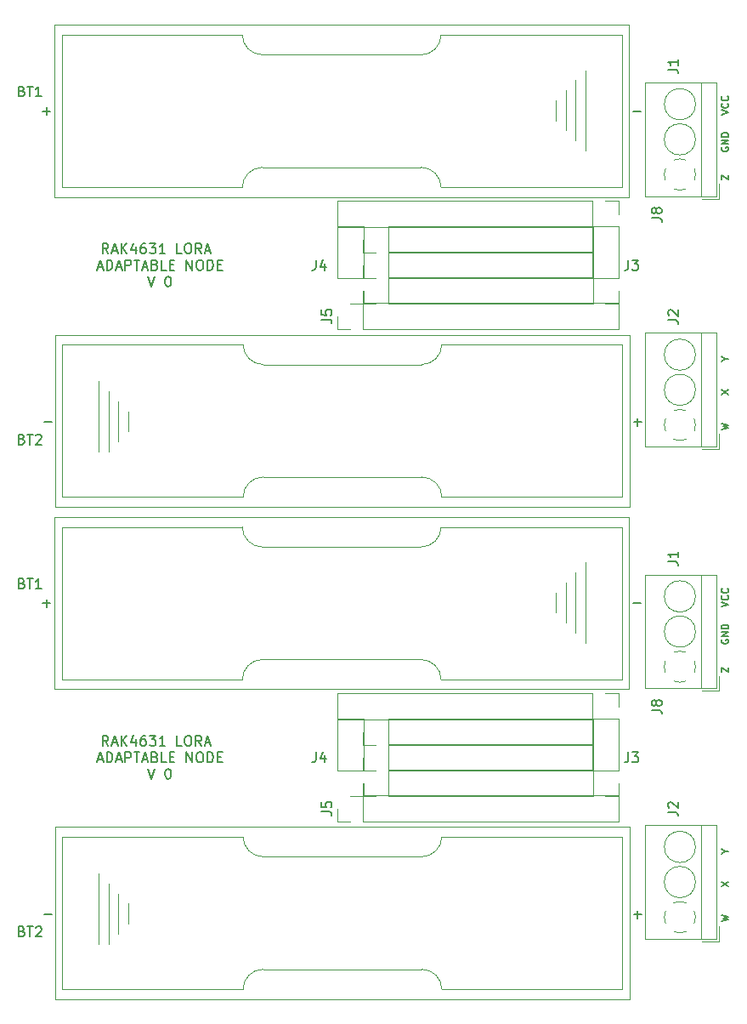
<source format=gbr>
G04 #@! TF.GenerationSoftware,KiCad,Pcbnew,5.1.5-52549c5~86~ubuntu18.04.1*
G04 #@! TF.CreationDate,2020-11-21T17:49:09-05:00*
G04 #@! TF.ProjectId,,58585858-5858-4585-9858-585858585858,rev?*
G04 #@! TF.SameCoordinates,Original*
G04 #@! TF.FileFunction,Legend,Top*
G04 #@! TF.FilePolarity,Positive*
%FSLAX46Y46*%
G04 Gerber Fmt 4.6, Leading zero omitted, Abs format (unit mm)*
G04 Created by KiCad (PCBNEW 5.1.5-52549c5~86~ubuntu18.04.1) date 2020-11-21 17:49:09*
%MOMM*%
%LPD*%
G04 APERTURE LIST*
%ADD10C,0.150000*%
%ADD11C,0.120000*%
%ADD12C,1.802000*%
%ADD13O,1.802000X1.802000*%
%ADD14C,2.742000*%
%ADD15C,2.102000*%
%ADD16C,3.102000*%
%ADD17R,2.502000X2.502000*%
%ADD18C,2.502000*%
G04 APERTURE END LIST*
D10*
X115811942Y-105968380D02*
X115478609Y-105492190D01*
X115240514Y-105968380D02*
X115240514Y-104968380D01*
X115621466Y-104968380D01*
X115716704Y-105016000D01*
X115764323Y-105063619D01*
X115811942Y-105158857D01*
X115811942Y-105301714D01*
X115764323Y-105396952D01*
X115716704Y-105444571D01*
X115621466Y-105492190D01*
X115240514Y-105492190D01*
X116192895Y-105682666D02*
X116669085Y-105682666D01*
X116097657Y-105968380D02*
X116430990Y-104968380D01*
X116764323Y-105968380D01*
X117097657Y-105968380D02*
X117097657Y-104968380D01*
X117669085Y-105968380D02*
X117240514Y-105396952D01*
X117669085Y-104968380D02*
X117097657Y-105539809D01*
X118526228Y-105301714D02*
X118526228Y-105968380D01*
X118288133Y-104920761D02*
X118050038Y-105635047D01*
X118669085Y-105635047D01*
X119478609Y-104968380D02*
X119288133Y-104968380D01*
X119192895Y-105016000D01*
X119145276Y-105063619D01*
X119050038Y-105206476D01*
X119002419Y-105396952D01*
X119002419Y-105777904D01*
X119050038Y-105873142D01*
X119097657Y-105920761D01*
X119192895Y-105968380D01*
X119383371Y-105968380D01*
X119478609Y-105920761D01*
X119526228Y-105873142D01*
X119573847Y-105777904D01*
X119573847Y-105539809D01*
X119526228Y-105444571D01*
X119478609Y-105396952D01*
X119383371Y-105349333D01*
X119192895Y-105349333D01*
X119097657Y-105396952D01*
X119050038Y-105444571D01*
X119002419Y-105539809D01*
X119907180Y-104968380D02*
X120526228Y-104968380D01*
X120192895Y-105349333D01*
X120335752Y-105349333D01*
X120430990Y-105396952D01*
X120478609Y-105444571D01*
X120526228Y-105539809D01*
X120526228Y-105777904D01*
X120478609Y-105873142D01*
X120430990Y-105920761D01*
X120335752Y-105968380D01*
X120050038Y-105968380D01*
X119954800Y-105920761D01*
X119907180Y-105873142D01*
X121478609Y-105968380D02*
X120907180Y-105968380D01*
X121192895Y-105968380D02*
X121192895Y-104968380D01*
X121097657Y-105111238D01*
X121002419Y-105206476D01*
X120907180Y-105254095D01*
X123145276Y-105968380D02*
X122669085Y-105968380D01*
X122669085Y-104968380D01*
X123669085Y-104968380D02*
X123859561Y-104968380D01*
X123954800Y-105016000D01*
X124050038Y-105111238D01*
X124097657Y-105301714D01*
X124097657Y-105635047D01*
X124050038Y-105825523D01*
X123954800Y-105920761D01*
X123859561Y-105968380D01*
X123669085Y-105968380D01*
X123573847Y-105920761D01*
X123478609Y-105825523D01*
X123430990Y-105635047D01*
X123430990Y-105301714D01*
X123478609Y-105111238D01*
X123573847Y-105016000D01*
X123669085Y-104968380D01*
X125097657Y-105968380D02*
X124764323Y-105492190D01*
X124526228Y-105968380D02*
X124526228Y-104968380D01*
X124907180Y-104968380D01*
X125002419Y-105016000D01*
X125050038Y-105063619D01*
X125097657Y-105158857D01*
X125097657Y-105301714D01*
X125050038Y-105396952D01*
X125002419Y-105444571D01*
X124907180Y-105492190D01*
X124526228Y-105492190D01*
X125478609Y-105682666D02*
X125954800Y-105682666D01*
X125383371Y-105968380D02*
X125716704Y-104968380D01*
X126050038Y-105968380D01*
X114740514Y-107332666D02*
X115216704Y-107332666D01*
X114645276Y-107618380D02*
X114978609Y-106618380D01*
X115311942Y-107618380D01*
X115645276Y-107618380D02*
X115645276Y-106618380D01*
X115883371Y-106618380D01*
X116026228Y-106666000D01*
X116121466Y-106761238D01*
X116169085Y-106856476D01*
X116216704Y-107046952D01*
X116216704Y-107189809D01*
X116169085Y-107380285D01*
X116121466Y-107475523D01*
X116026228Y-107570761D01*
X115883371Y-107618380D01*
X115645276Y-107618380D01*
X116597657Y-107332666D02*
X117073847Y-107332666D01*
X116502419Y-107618380D02*
X116835752Y-106618380D01*
X117169085Y-107618380D01*
X117502419Y-107618380D02*
X117502419Y-106618380D01*
X117883371Y-106618380D01*
X117978609Y-106666000D01*
X118026228Y-106713619D01*
X118073847Y-106808857D01*
X118073847Y-106951714D01*
X118026228Y-107046952D01*
X117978609Y-107094571D01*
X117883371Y-107142190D01*
X117502419Y-107142190D01*
X118359561Y-106618380D02*
X118930990Y-106618380D01*
X118645276Y-107618380D02*
X118645276Y-106618380D01*
X119216704Y-107332666D02*
X119692895Y-107332666D01*
X119121466Y-107618380D02*
X119454800Y-106618380D01*
X119788133Y-107618380D01*
X120454800Y-107094571D02*
X120597657Y-107142190D01*
X120645276Y-107189809D01*
X120692895Y-107285047D01*
X120692895Y-107427904D01*
X120645276Y-107523142D01*
X120597657Y-107570761D01*
X120502419Y-107618380D01*
X120121466Y-107618380D01*
X120121466Y-106618380D01*
X120454800Y-106618380D01*
X120550038Y-106666000D01*
X120597657Y-106713619D01*
X120645276Y-106808857D01*
X120645276Y-106904095D01*
X120597657Y-106999333D01*
X120550038Y-107046952D01*
X120454800Y-107094571D01*
X120121466Y-107094571D01*
X121597657Y-107618380D02*
X121121466Y-107618380D01*
X121121466Y-106618380D01*
X121930990Y-107094571D02*
X122264323Y-107094571D01*
X122407180Y-107618380D02*
X121930990Y-107618380D01*
X121930990Y-106618380D01*
X122407180Y-106618380D01*
X123597657Y-107618380D02*
X123597657Y-106618380D01*
X124169085Y-107618380D01*
X124169085Y-106618380D01*
X124835752Y-106618380D02*
X125026228Y-106618380D01*
X125121466Y-106666000D01*
X125216704Y-106761238D01*
X125264323Y-106951714D01*
X125264323Y-107285047D01*
X125216704Y-107475523D01*
X125121466Y-107570761D01*
X125026228Y-107618380D01*
X124835752Y-107618380D01*
X124740514Y-107570761D01*
X124645276Y-107475523D01*
X124597657Y-107285047D01*
X124597657Y-106951714D01*
X124645276Y-106761238D01*
X124740514Y-106666000D01*
X124835752Y-106618380D01*
X125692895Y-107618380D02*
X125692895Y-106618380D01*
X125930990Y-106618380D01*
X126073847Y-106666000D01*
X126169085Y-106761238D01*
X126216704Y-106856476D01*
X126264323Y-107046952D01*
X126264323Y-107189809D01*
X126216704Y-107380285D01*
X126169085Y-107475523D01*
X126073847Y-107570761D01*
X125930990Y-107618380D01*
X125692895Y-107618380D01*
X126692895Y-107094571D02*
X127026228Y-107094571D01*
X127169085Y-107618380D02*
X126692895Y-107618380D01*
X126692895Y-106618380D01*
X127169085Y-106618380D01*
X119764323Y-108268380D02*
X120097657Y-109268380D01*
X120430990Y-108268380D01*
X121716704Y-108268380D02*
X121811942Y-108268380D01*
X121907180Y-108316000D01*
X121954800Y-108363619D01*
X122002419Y-108458857D01*
X122050038Y-108649333D01*
X122050038Y-108887428D01*
X122002419Y-109077904D01*
X121954800Y-109173142D01*
X121907180Y-109220761D01*
X121811942Y-109268380D01*
X121716704Y-109268380D01*
X121621466Y-109220761D01*
X121573847Y-109173142D01*
X121526228Y-109077904D01*
X121478609Y-108887428D01*
X121478609Y-108649333D01*
X121526228Y-108458857D01*
X121573847Y-108363619D01*
X121621466Y-108316000D01*
X121716704Y-108268380D01*
X176886466Y-123466000D02*
X177586466Y-123299333D01*
X177086466Y-123166000D01*
X177586466Y-123032666D01*
X176886466Y-122866000D01*
X176886466Y-119999333D02*
X177586466Y-119532666D01*
X176886466Y-119532666D02*
X177586466Y-119999333D01*
X177253133Y-116466000D02*
X177586466Y-116466000D01*
X176886466Y-116699333D02*
X177253133Y-116466000D01*
X176886466Y-116232666D01*
X176886466Y-98632666D02*
X176886466Y-98166000D01*
X177586466Y-98632666D01*
X177586466Y-98166000D01*
X176919800Y-95399333D02*
X176886466Y-95466000D01*
X176886466Y-95566000D01*
X176919800Y-95666000D01*
X176986466Y-95732666D01*
X177053133Y-95766000D01*
X177186466Y-95799333D01*
X177286466Y-95799333D01*
X177419800Y-95766000D01*
X177486466Y-95732666D01*
X177553133Y-95666000D01*
X177586466Y-95566000D01*
X177586466Y-95499333D01*
X177553133Y-95399333D01*
X177519800Y-95366000D01*
X177286466Y-95366000D01*
X177286466Y-95499333D01*
X177586466Y-95066000D02*
X176886466Y-95066000D01*
X177586466Y-94666000D01*
X176886466Y-94666000D01*
X177586466Y-94332666D02*
X176886466Y-94332666D01*
X176886466Y-94166000D01*
X176919800Y-94066000D01*
X176986466Y-93999333D01*
X177053133Y-93966000D01*
X177186466Y-93932666D01*
X177286466Y-93932666D01*
X177419800Y-93966000D01*
X177486466Y-93999333D01*
X177553133Y-94066000D01*
X177586466Y-94166000D01*
X177586466Y-94332666D01*
X176886466Y-92132666D02*
X177586466Y-91899333D01*
X176886466Y-91666000D01*
X177519800Y-91032666D02*
X177553133Y-91066000D01*
X177586466Y-91166000D01*
X177586466Y-91232666D01*
X177553133Y-91332666D01*
X177486466Y-91399333D01*
X177419800Y-91432666D01*
X177286466Y-91466000D01*
X177186466Y-91466000D01*
X177053133Y-91432666D01*
X176986466Y-91399333D01*
X176919800Y-91332666D01*
X176886466Y-91232666D01*
X176886466Y-91166000D01*
X176919800Y-91066000D01*
X176953133Y-91032666D01*
X177519800Y-90332666D02*
X177553133Y-90366000D01*
X177586466Y-90466000D01*
X177586466Y-90532666D01*
X177553133Y-90632666D01*
X177486466Y-90699333D01*
X177419800Y-90732666D01*
X177286466Y-90766000D01*
X177186466Y-90766000D01*
X177053133Y-90732666D01*
X176986466Y-90699333D01*
X176919800Y-90632666D01*
X176886466Y-90532666D01*
X176886466Y-90466000D01*
X176919800Y-90366000D01*
X176953133Y-90332666D01*
X176886466Y-74466000D02*
X177586466Y-74299333D01*
X177086466Y-74166000D01*
X177586466Y-74032666D01*
X176886466Y-73866000D01*
X176886466Y-70999333D02*
X177586466Y-70532666D01*
X176886466Y-70532666D02*
X177586466Y-70999333D01*
X177253133Y-67466000D02*
X177586466Y-67466000D01*
X176886466Y-67699333D02*
X177253133Y-67466000D01*
X176886466Y-67232666D01*
X176886466Y-49632666D02*
X176886466Y-49166000D01*
X177586466Y-49632666D01*
X177586466Y-49166000D01*
X176919800Y-46399333D02*
X176886466Y-46466000D01*
X176886466Y-46566000D01*
X176919800Y-46666000D01*
X176986466Y-46732666D01*
X177053133Y-46766000D01*
X177186466Y-46799333D01*
X177286466Y-46799333D01*
X177419800Y-46766000D01*
X177486466Y-46732666D01*
X177553133Y-46666000D01*
X177586466Y-46566000D01*
X177586466Y-46499333D01*
X177553133Y-46399333D01*
X177519800Y-46366000D01*
X177286466Y-46366000D01*
X177286466Y-46499333D01*
X177586466Y-46066000D02*
X176886466Y-46066000D01*
X177586466Y-45666000D01*
X176886466Y-45666000D01*
X177586466Y-45332666D02*
X176886466Y-45332666D01*
X176886466Y-45166000D01*
X176919800Y-45066000D01*
X176986466Y-44999333D01*
X177053133Y-44966000D01*
X177186466Y-44932666D01*
X177286466Y-44932666D01*
X177419800Y-44966000D01*
X177486466Y-44999333D01*
X177553133Y-45066000D01*
X177586466Y-45166000D01*
X177586466Y-45332666D01*
X176886466Y-43132666D02*
X177586466Y-42899333D01*
X176886466Y-42666000D01*
X177519800Y-42032666D02*
X177553133Y-42066000D01*
X177586466Y-42166000D01*
X177586466Y-42232666D01*
X177553133Y-42332666D01*
X177486466Y-42399333D01*
X177419800Y-42432666D01*
X177286466Y-42466000D01*
X177186466Y-42466000D01*
X177053133Y-42432666D01*
X176986466Y-42399333D01*
X176919800Y-42332666D01*
X176886466Y-42232666D01*
X176886466Y-42166000D01*
X176919800Y-42066000D01*
X176953133Y-42032666D01*
X177519800Y-41332666D02*
X177553133Y-41366000D01*
X177586466Y-41466000D01*
X177586466Y-41532666D01*
X177553133Y-41632666D01*
X177486466Y-41699333D01*
X177419800Y-41732666D01*
X177286466Y-41766000D01*
X177186466Y-41766000D01*
X177053133Y-41732666D01*
X176986466Y-41699333D01*
X176919800Y-41632666D01*
X176886466Y-41532666D01*
X176886466Y-41466000D01*
X176919800Y-41366000D01*
X176953133Y-41332666D01*
X115811942Y-56968380D02*
X115478609Y-56492190D01*
X115240514Y-56968380D02*
X115240514Y-55968380D01*
X115621466Y-55968380D01*
X115716704Y-56016000D01*
X115764323Y-56063619D01*
X115811942Y-56158857D01*
X115811942Y-56301714D01*
X115764323Y-56396952D01*
X115716704Y-56444571D01*
X115621466Y-56492190D01*
X115240514Y-56492190D01*
X116192895Y-56682666D02*
X116669085Y-56682666D01*
X116097657Y-56968380D02*
X116430990Y-55968380D01*
X116764323Y-56968380D01*
X117097657Y-56968380D02*
X117097657Y-55968380D01*
X117669085Y-56968380D02*
X117240514Y-56396952D01*
X117669085Y-55968380D02*
X117097657Y-56539809D01*
X118526228Y-56301714D02*
X118526228Y-56968380D01*
X118288133Y-55920761D02*
X118050038Y-56635047D01*
X118669085Y-56635047D01*
X119478609Y-55968380D02*
X119288133Y-55968380D01*
X119192895Y-56016000D01*
X119145276Y-56063619D01*
X119050038Y-56206476D01*
X119002419Y-56396952D01*
X119002419Y-56777904D01*
X119050038Y-56873142D01*
X119097657Y-56920761D01*
X119192895Y-56968380D01*
X119383371Y-56968380D01*
X119478609Y-56920761D01*
X119526228Y-56873142D01*
X119573847Y-56777904D01*
X119573847Y-56539809D01*
X119526228Y-56444571D01*
X119478609Y-56396952D01*
X119383371Y-56349333D01*
X119192895Y-56349333D01*
X119097657Y-56396952D01*
X119050038Y-56444571D01*
X119002419Y-56539809D01*
X119907180Y-55968380D02*
X120526228Y-55968380D01*
X120192895Y-56349333D01*
X120335752Y-56349333D01*
X120430990Y-56396952D01*
X120478609Y-56444571D01*
X120526228Y-56539809D01*
X120526228Y-56777904D01*
X120478609Y-56873142D01*
X120430990Y-56920761D01*
X120335752Y-56968380D01*
X120050038Y-56968380D01*
X119954800Y-56920761D01*
X119907180Y-56873142D01*
X121478609Y-56968380D02*
X120907180Y-56968380D01*
X121192895Y-56968380D02*
X121192895Y-55968380D01*
X121097657Y-56111238D01*
X121002419Y-56206476D01*
X120907180Y-56254095D01*
X123145276Y-56968380D02*
X122669085Y-56968380D01*
X122669085Y-55968380D01*
X123669085Y-55968380D02*
X123859561Y-55968380D01*
X123954800Y-56016000D01*
X124050038Y-56111238D01*
X124097657Y-56301714D01*
X124097657Y-56635047D01*
X124050038Y-56825523D01*
X123954800Y-56920761D01*
X123859561Y-56968380D01*
X123669085Y-56968380D01*
X123573847Y-56920761D01*
X123478609Y-56825523D01*
X123430990Y-56635047D01*
X123430990Y-56301714D01*
X123478609Y-56111238D01*
X123573847Y-56016000D01*
X123669085Y-55968380D01*
X125097657Y-56968380D02*
X124764323Y-56492190D01*
X124526228Y-56968380D02*
X124526228Y-55968380D01*
X124907180Y-55968380D01*
X125002419Y-56016000D01*
X125050038Y-56063619D01*
X125097657Y-56158857D01*
X125097657Y-56301714D01*
X125050038Y-56396952D01*
X125002419Y-56444571D01*
X124907180Y-56492190D01*
X124526228Y-56492190D01*
X125478609Y-56682666D02*
X125954800Y-56682666D01*
X125383371Y-56968380D02*
X125716704Y-55968380D01*
X126050038Y-56968380D01*
X114740514Y-58332666D02*
X115216704Y-58332666D01*
X114645276Y-58618380D02*
X114978609Y-57618380D01*
X115311942Y-58618380D01*
X115645276Y-58618380D02*
X115645276Y-57618380D01*
X115883371Y-57618380D01*
X116026228Y-57666000D01*
X116121466Y-57761238D01*
X116169085Y-57856476D01*
X116216704Y-58046952D01*
X116216704Y-58189809D01*
X116169085Y-58380285D01*
X116121466Y-58475523D01*
X116026228Y-58570761D01*
X115883371Y-58618380D01*
X115645276Y-58618380D01*
X116597657Y-58332666D02*
X117073847Y-58332666D01*
X116502419Y-58618380D02*
X116835752Y-57618380D01*
X117169085Y-58618380D01*
X117502419Y-58618380D02*
X117502419Y-57618380D01*
X117883371Y-57618380D01*
X117978609Y-57666000D01*
X118026228Y-57713619D01*
X118073847Y-57808857D01*
X118073847Y-57951714D01*
X118026228Y-58046952D01*
X117978609Y-58094571D01*
X117883371Y-58142190D01*
X117502419Y-58142190D01*
X118359561Y-57618380D02*
X118930990Y-57618380D01*
X118645276Y-58618380D02*
X118645276Y-57618380D01*
X119216704Y-58332666D02*
X119692895Y-58332666D01*
X119121466Y-58618380D02*
X119454800Y-57618380D01*
X119788133Y-58618380D01*
X120454800Y-58094571D02*
X120597657Y-58142190D01*
X120645276Y-58189809D01*
X120692895Y-58285047D01*
X120692895Y-58427904D01*
X120645276Y-58523142D01*
X120597657Y-58570761D01*
X120502419Y-58618380D01*
X120121466Y-58618380D01*
X120121466Y-57618380D01*
X120454800Y-57618380D01*
X120550038Y-57666000D01*
X120597657Y-57713619D01*
X120645276Y-57808857D01*
X120645276Y-57904095D01*
X120597657Y-57999333D01*
X120550038Y-58046952D01*
X120454800Y-58094571D01*
X120121466Y-58094571D01*
X121597657Y-58618380D02*
X121121466Y-58618380D01*
X121121466Y-57618380D01*
X121930990Y-58094571D02*
X122264323Y-58094571D01*
X122407180Y-58618380D02*
X121930990Y-58618380D01*
X121930990Y-57618380D01*
X122407180Y-57618380D01*
X123597657Y-58618380D02*
X123597657Y-57618380D01*
X124169085Y-58618380D01*
X124169085Y-57618380D01*
X124835752Y-57618380D02*
X125026228Y-57618380D01*
X125121466Y-57666000D01*
X125216704Y-57761238D01*
X125264323Y-57951714D01*
X125264323Y-58285047D01*
X125216704Y-58475523D01*
X125121466Y-58570761D01*
X125026228Y-58618380D01*
X124835752Y-58618380D01*
X124740514Y-58570761D01*
X124645276Y-58475523D01*
X124597657Y-58285047D01*
X124597657Y-57951714D01*
X124645276Y-57761238D01*
X124740514Y-57666000D01*
X124835752Y-57618380D01*
X125692895Y-58618380D02*
X125692895Y-57618380D01*
X125930990Y-57618380D01*
X126073847Y-57666000D01*
X126169085Y-57761238D01*
X126216704Y-57856476D01*
X126264323Y-58046952D01*
X126264323Y-58189809D01*
X126216704Y-58380285D01*
X126169085Y-58475523D01*
X126073847Y-58570761D01*
X125930990Y-58618380D01*
X125692895Y-58618380D01*
X126692895Y-58094571D02*
X127026228Y-58094571D01*
X127169085Y-58618380D02*
X126692895Y-58618380D01*
X126692895Y-57618380D01*
X127169085Y-57618380D01*
X119764323Y-59268380D02*
X120097657Y-60268380D01*
X120430990Y-59268380D01*
X121716704Y-59268380D02*
X121811942Y-59268380D01*
X121907180Y-59316000D01*
X121954800Y-59363619D01*
X122002419Y-59458857D01*
X122050038Y-59649333D01*
X122050038Y-59887428D01*
X122002419Y-60077904D01*
X121954800Y-60173142D01*
X121907180Y-60220761D01*
X121811942Y-60268380D01*
X121716704Y-60268380D01*
X121621466Y-60220761D01*
X121573847Y-60173142D01*
X121526228Y-60077904D01*
X121478609Y-59887428D01*
X121478609Y-59649333D01*
X121526228Y-59458857D01*
X121573847Y-59363619D01*
X121621466Y-59316000D01*
X121716704Y-59268380D01*
D11*
X166669800Y-103261000D02*
X164009800Y-103261000D01*
X166669800Y-108401000D02*
X166669800Y-103261000D01*
X164009800Y-108401000D02*
X164009800Y-103261000D01*
X166669800Y-108401000D02*
X164009800Y-108401000D01*
X166669800Y-109671000D02*
X166669800Y-111001000D01*
X166669800Y-111001000D02*
X165339800Y-111001000D01*
X166669800Y-113541000D02*
X166669800Y-110881000D01*
X141209800Y-113541000D02*
X166669800Y-113541000D01*
X141209800Y-110881000D02*
X166669800Y-110881000D01*
X141209800Y-113541000D02*
X141209800Y-110881000D01*
X139939800Y-113541000D02*
X138609800Y-113541000D01*
X138609800Y-113541000D02*
X138609800Y-112211000D01*
X131234800Y-117021000D02*
X147034800Y-117021000D01*
X147034800Y-128221000D02*
X131234800Y-128221000D01*
X147034800Y-128221000D02*
G75*
G02X149034800Y-130221000I0J-2000000D01*
G01*
X129234800Y-130221000D02*
G75*
G02X131234800Y-128221000I2000000J0D01*
G01*
X131234800Y-117021000D02*
G75*
G02X129234800Y-115021000I0J2000000D01*
G01*
X149034800Y-115021000D02*
G75*
G02X147034800Y-117021000I-2000000J0D01*
G01*
X129234800Y-115021000D02*
X111234800Y-115021000D01*
X129234800Y-130221000D02*
X111234800Y-130221000D01*
X167034800Y-130221000D02*
X149034800Y-130221000D01*
X111234800Y-130221000D02*
X111234800Y-115021000D01*
X167034800Y-115021000D02*
X149034800Y-115021000D01*
X167034800Y-130221000D02*
X167034800Y-115021000D01*
X167754800Y-131186000D02*
X110514800Y-131186000D01*
X167754800Y-114056000D02*
X167754800Y-131186000D01*
X110514800Y-114056000D02*
X167754800Y-114056000D01*
X110514800Y-131186000D02*
X110514800Y-114056000D01*
X117824800Y-123681000D02*
X117824800Y-121681000D01*
X114824800Y-126681000D02*
X114824800Y-118681000D01*
X115824800Y-119681000D02*
X115824800Y-125681000D01*
X116824800Y-124681000D02*
X116824800Y-120681000D01*
X138609800Y-100721000D02*
X138609800Y-103381000D01*
X164069800Y-100721000D02*
X138609800Y-100721000D01*
X164069800Y-103381000D02*
X138609800Y-103381000D01*
X164069800Y-100721000D02*
X164069800Y-103381000D01*
X165339800Y-100721000D02*
X166669800Y-100721000D01*
X166669800Y-100721000D02*
X166669800Y-102051000D01*
X141269800Y-103261000D02*
X138609800Y-103261000D01*
X141269800Y-108401000D02*
X141269800Y-103261000D01*
X138609800Y-108401000D02*
X138609800Y-103261000D01*
X141269800Y-108401000D02*
X138609800Y-108401000D01*
X141269800Y-109671000D02*
X141269800Y-111001000D01*
X141269800Y-111001000D02*
X139939800Y-111001000D01*
X174186185Y-122433413D02*
G75*
G02X174309800Y-123041000I-1431385J-607587D01*
G01*
X172147058Y-121608891D02*
G75*
G02X173362800Y-121609000I607742J-1432109D01*
G01*
X171322691Y-123648742D02*
G75*
G02X171322800Y-122433000I1432109J607742D01*
G01*
X173362542Y-124473109D02*
G75*
G02X172146800Y-124473000I-607742J1432109D01*
G01*
X174310292Y-123013989D02*
G75*
G02X174186800Y-123649000I-1555492J-27011D01*
G01*
X174309800Y-119541000D02*
G75*
G03X174309800Y-119541000I-1555000J0D01*
G01*
X174309800Y-116041000D02*
G75*
G03X174309800Y-116041000I-1555000J0D01*
G01*
X174854800Y-125201000D02*
X174854800Y-113881000D01*
X169294800Y-125201000D02*
X169294800Y-113881000D01*
X176414800Y-125201000D02*
X176414800Y-113881000D01*
X169294800Y-125201000D02*
X176414800Y-125201000D01*
X169294800Y-113881000D02*
X176414800Y-113881000D01*
X174914800Y-125441000D02*
X176654800Y-125441000D01*
X176654800Y-125441000D02*
X176654800Y-123941000D01*
X146964800Y-97391000D02*
X131164800Y-97391000D01*
X131164800Y-86191000D02*
X146964800Y-86191000D01*
X131164800Y-86191000D02*
G75*
G02X129164800Y-84191000I0J2000000D01*
G01*
X148964800Y-84191000D02*
G75*
G02X146964800Y-86191000I-2000000J0D01*
G01*
X146964800Y-97391000D02*
G75*
G02X148964800Y-99391000I0J-2000000D01*
G01*
X129164800Y-99391000D02*
G75*
G02X131164800Y-97391000I2000000J0D01*
G01*
X148964800Y-99391000D02*
X166964800Y-99391000D01*
X148964800Y-84191000D02*
X166964800Y-84191000D01*
X111164800Y-84191000D02*
X129164800Y-84191000D01*
X166964800Y-84191000D02*
X166964800Y-99391000D01*
X111164800Y-99391000D02*
X129164800Y-99391000D01*
X111164800Y-84191000D02*
X111164800Y-99391000D01*
X110444800Y-83226000D02*
X167684800Y-83226000D01*
X110444800Y-100356000D02*
X110444800Y-83226000D01*
X167684800Y-100356000D02*
X110444800Y-100356000D01*
X167684800Y-83226000D02*
X167684800Y-100356000D01*
X160374800Y-90731000D02*
X160374800Y-92731000D01*
X163374800Y-87731000D02*
X163374800Y-95731000D01*
X162374800Y-94731000D02*
X162374800Y-88731000D01*
X161374800Y-89731000D02*
X161374800Y-93731000D01*
X164129800Y-111001000D02*
X164129800Y-108341000D01*
X143749800Y-111001000D02*
X164129800Y-111001000D01*
X143749800Y-108341000D02*
X164129800Y-108341000D01*
X143749800Y-111001000D02*
X143749800Y-108341000D01*
X142479800Y-111001000D02*
X141149800Y-111001000D01*
X141149800Y-111001000D02*
X141149800Y-109671000D01*
X174186185Y-97498413D02*
G75*
G02X174309800Y-98106000I-1431385J-607587D01*
G01*
X172147058Y-96673891D02*
G75*
G02X173362800Y-96674000I607742J-1432109D01*
G01*
X171322691Y-98713742D02*
G75*
G02X171322800Y-97498000I1432109J607742D01*
G01*
X173362542Y-99538109D02*
G75*
G02X172146800Y-99538000I-607742J1432109D01*
G01*
X174310292Y-98078989D02*
G75*
G02X174186800Y-98714000I-1555492J-27011D01*
G01*
X174309800Y-94606000D02*
G75*
G03X174309800Y-94606000I-1555000J0D01*
G01*
X174309800Y-91106000D02*
G75*
G03X174309800Y-91106000I-1555000J0D01*
G01*
X174854800Y-100266000D02*
X174854800Y-88946000D01*
X169294800Y-100266000D02*
X169294800Y-88946000D01*
X176414800Y-100266000D02*
X176414800Y-88946000D01*
X169294800Y-100266000D02*
X176414800Y-100266000D01*
X169294800Y-88946000D02*
X176414800Y-88946000D01*
X174914800Y-100506000D02*
X176654800Y-100506000D01*
X176654800Y-100506000D02*
X176654800Y-99006000D01*
X164129800Y-108461000D02*
X164129800Y-105801000D01*
X143749800Y-108461000D02*
X164129800Y-108461000D01*
X143749800Y-105801000D02*
X164129800Y-105801000D01*
X143749800Y-108461000D02*
X143749800Y-105801000D01*
X142479800Y-108461000D02*
X141149800Y-108461000D01*
X141149800Y-108461000D02*
X141149800Y-107131000D01*
X164129800Y-105921000D02*
X164129800Y-103261000D01*
X143749800Y-105921000D02*
X164129800Y-105921000D01*
X143749800Y-103261000D02*
X164129800Y-103261000D01*
X143749800Y-105921000D02*
X143749800Y-103261000D01*
X142479800Y-105921000D02*
X141149800Y-105921000D01*
X141149800Y-105921000D02*
X141149800Y-104591000D01*
X141149800Y-56921000D02*
X141149800Y-55591000D01*
X142479800Y-56921000D02*
X141149800Y-56921000D01*
X143749800Y-56921000D02*
X143749800Y-54261000D01*
X143749800Y-54261000D02*
X164129800Y-54261000D01*
X143749800Y-56921000D02*
X164129800Y-56921000D01*
X164129800Y-56921000D02*
X164129800Y-54261000D01*
X141149800Y-59461000D02*
X141149800Y-58131000D01*
X142479800Y-59461000D02*
X141149800Y-59461000D01*
X143749800Y-59461000D02*
X143749800Y-56801000D01*
X143749800Y-56801000D02*
X164129800Y-56801000D01*
X143749800Y-59461000D02*
X164129800Y-59461000D01*
X164129800Y-59461000D02*
X164129800Y-56801000D01*
X141149800Y-62001000D02*
X141149800Y-60671000D01*
X142479800Y-62001000D02*
X141149800Y-62001000D01*
X143749800Y-62001000D02*
X143749800Y-59341000D01*
X143749800Y-59341000D02*
X164129800Y-59341000D01*
X143749800Y-62001000D02*
X164129800Y-62001000D01*
X164129800Y-62001000D02*
X164129800Y-59341000D01*
X176654800Y-51506000D02*
X176654800Y-50006000D01*
X174914800Y-51506000D02*
X176654800Y-51506000D01*
X169294800Y-39946000D02*
X176414800Y-39946000D01*
X169294800Y-51266000D02*
X176414800Y-51266000D01*
X176414800Y-51266000D02*
X176414800Y-39946000D01*
X169294800Y-51266000D02*
X169294800Y-39946000D01*
X174854800Y-51266000D02*
X174854800Y-39946000D01*
X174309800Y-42106000D02*
G75*
G03X174309800Y-42106000I-1555000J0D01*
G01*
X174309800Y-45606000D02*
G75*
G03X174309800Y-45606000I-1555000J0D01*
G01*
X174310292Y-49078989D02*
G75*
G02X174186800Y-49714000I-1555492J-27011D01*
G01*
X173362542Y-50538109D02*
G75*
G02X172146800Y-50538000I-607742J1432109D01*
G01*
X171322691Y-49713742D02*
G75*
G02X171322800Y-48498000I1432109J607742D01*
G01*
X172147058Y-47673891D02*
G75*
G02X173362800Y-47674000I607742J-1432109D01*
G01*
X174186185Y-48498413D02*
G75*
G02X174309800Y-49106000I-1431385J-607587D01*
G01*
X166669800Y-51721000D02*
X166669800Y-53051000D01*
X165339800Y-51721000D02*
X166669800Y-51721000D01*
X164069800Y-51721000D02*
X164069800Y-54381000D01*
X164069800Y-54381000D02*
X138609800Y-54381000D01*
X164069800Y-51721000D02*
X138609800Y-51721000D01*
X138609800Y-51721000D02*
X138609800Y-54381000D01*
X138609800Y-64541000D02*
X138609800Y-63211000D01*
X139939800Y-64541000D02*
X138609800Y-64541000D01*
X141209800Y-64541000D02*
X141209800Y-61881000D01*
X141209800Y-61881000D02*
X166669800Y-61881000D01*
X141209800Y-64541000D02*
X166669800Y-64541000D01*
X166669800Y-64541000D02*
X166669800Y-61881000D01*
X141269800Y-62001000D02*
X139939800Y-62001000D01*
X141269800Y-60671000D02*
X141269800Y-62001000D01*
X141269800Y-59401000D02*
X138609800Y-59401000D01*
X138609800Y-59401000D02*
X138609800Y-54261000D01*
X141269800Y-59401000D02*
X141269800Y-54261000D01*
X141269800Y-54261000D02*
X138609800Y-54261000D01*
X166669800Y-62001000D02*
X165339800Y-62001000D01*
X166669800Y-60671000D02*
X166669800Y-62001000D01*
X166669800Y-59401000D02*
X164009800Y-59401000D01*
X164009800Y-59401000D02*
X164009800Y-54261000D01*
X166669800Y-59401000D02*
X166669800Y-54261000D01*
X166669800Y-54261000D02*
X164009800Y-54261000D01*
X161374800Y-40731000D02*
X161374800Y-44731000D01*
X162374800Y-45731000D02*
X162374800Y-39731000D01*
X163374800Y-38731000D02*
X163374800Y-46731000D01*
X160374800Y-41731000D02*
X160374800Y-43731000D01*
X167684800Y-34226000D02*
X167684800Y-51356000D01*
X167684800Y-51356000D02*
X110444800Y-51356000D01*
X110444800Y-51356000D02*
X110444800Y-34226000D01*
X110444800Y-34226000D02*
X167684800Y-34226000D01*
X111164800Y-35191000D02*
X111164800Y-50391000D01*
X111164800Y-50391000D02*
X129164800Y-50391000D01*
X166964800Y-35191000D02*
X166964800Y-50391000D01*
X111164800Y-35191000D02*
X129164800Y-35191000D01*
X148964800Y-35191000D02*
X166964800Y-35191000D01*
X148964800Y-50391000D02*
X166964800Y-50391000D01*
X129164800Y-50391000D02*
G75*
G02X131164800Y-48391000I2000000J0D01*
G01*
X146964800Y-48391000D02*
G75*
G02X148964800Y-50391000I0J-2000000D01*
G01*
X148964800Y-35191000D02*
G75*
G02X146964800Y-37191000I-2000000J0D01*
G01*
X131164800Y-37191000D02*
G75*
G02X129164800Y-35191000I0J2000000D01*
G01*
X131164800Y-37191000D02*
X146964800Y-37191000D01*
X146964800Y-48391000D02*
X131164800Y-48391000D01*
X176654800Y-76441000D02*
X176654800Y-74941000D01*
X174914800Y-76441000D02*
X176654800Y-76441000D01*
X169294800Y-64881000D02*
X176414800Y-64881000D01*
X169294800Y-76201000D02*
X176414800Y-76201000D01*
X176414800Y-76201000D02*
X176414800Y-64881000D01*
X169294800Y-76201000D02*
X169294800Y-64881000D01*
X174854800Y-76201000D02*
X174854800Y-64881000D01*
X174309800Y-67041000D02*
G75*
G03X174309800Y-67041000I-1555000J0D01*
G01*
X174309800Y-70541000D02*
G75*
G03X174309800Y-70541000I-1555000J0D01*
G01*
X174310292Y-74013989D02*
G75*
G02X174186800Y-74649000I-1555492J-27011D01*
G01*
X173362542Y-75473109D02*
G75*
G02X172146800Y-75473000I-607742J1432109D01*
G01*
X171322691Y-74648742D02*
G75*
G02X171322800Y-73433000I1432109J607742D01*
G01*
X172147058Y-72608891D02*
G75*
G02X173362800Y-72609000I607742J-1432109D01*
G01*
X174186185Y-73433413D02*
G75*
G02X174309800Y-74041000I-1431385J-607587D01*
G01*
X116824800Y-75681000D02*
X116824800Y-71681000D01*
X115824800Y-70681000D02*
X115824800Y-76681000D01*
X114824800Y-77681000D02*
X114824800Y-69681000D01*
X117824800Y-74681000D02*
X117824800Y-72681000D01*
X110514800Y-82186000D02*
X110514800Y-65056000D01*
X110514800Y-65056000D02*
X167754800Y-65056000D01*
X167754800Y-65056000D02*
X167754800Y-82186000D01*
X167754800Y-82186000D02*
X110514800Y-82186000D01*
X167034800Y-81221000D02*
X167034800Y-66021000D01*
X167034800Y-66021000D02*
X149034800Y-66021000D01*
X111234800Y-81221000D02*
X111234800Y-66021000D01*
X167034800Y-81221000D02*
X149034800Y-81221000D01*
X129234800Y-81221000D02*
X111234800Y-81221000D01*
X129234800Y-66021000D02*
X111234800Y-66021000D01*
X149034800Y-66021000D02*
G75*
G02X147034800Y-68021000I-2000000J0D01*
G01*
X131234800Y-68021000D02*
G75*
G02X129234800Y-66021000I0J2000000D01*
G01*
X129234800Y-81221000D02*
G75*
G02X131234800Y-79221000I2000000J0D01*
G01*
X147034800Y-79221000D02*
G75*
G02X149034800Y-81221000I0J-2000000D01*
G01*
X147034800Y-79221000D02*
X131234800Y-79221000D01*
X131234800Y-68021000D02*
X147034800Y-68021000D01*
D10*
X167611466Y-106618380D02*
X167611466Y-107332666D01*
X167563847Y-107475523D01*
X167468609Y-107570761D01*
X167325752Y-107618380D01*
X167230514Y-107618380D01*
X167992419Y-106618380D02*
X168611466Y-106618380D01*
X168278133Y-106999333D01*
X168420990Y-106999333D01*
X168516228Y-107046952D01*
X168563847Y-107094571D01*
X168611466Y-107189809D01*
X168611466Y-107427904D01*
X168563847Y-107523142D01*
X168516228Y-107570761D01*
X168420990Y-107618380D01*
X168135276Y-107618380D01*
X168040038Y-107570761D01*
X167992419Y-107523142D01*
X137062180Y-112544333D02*
X137776466Y-112544333D01*
X137919323Y-112591952D01*
X138014561Y-112687190D01*
X138062180Y-112830047D01*
X138062180Y-112925285D01*
X137062180Y-111591952D02*
X137062180Y-112068142D01*
X137538371Y-112115761D01*
X137490752Y-112068142D01*
X137443133Y-111972904D01*
X137443133Y-111734809D01*
X137490752Y-111639571D01*
X137538371Y-111591952D01*
X137633609Y-111544333D01*
X137871704Y-111544333D01*
X137966942Y-111591952D01*
X138014561Y-111639571D01*
X138062180Y-111734809D01*
X138062180Y-111972904D01*
X138014561Y-112068142D01*
X137966942Y-112115761D01*
X107199085Y-124454571D02*
X107341942Y-124502190D01*
X107389561Y-124549809D01*
X107437180Y-124645047D01*
X107437180Y-124787904D01*
X107389561Y-124883142D01*
X107341942Y-124930761D01*
X107246704Y-124978380D01*
X106865752Y-124978380D01*
X106865752Y-123978380D01*
X107199085Y-123978380D01*
X107294323Y-124026000D01*
X107341942Y-124073619D01*
X107389561Y-124168857D01*
X107389561Y-124264095D01*
X107341942Y-124359333D01*
X107294323Y-124406952D01*
X107199085Y-124454571D01*
X106865752Y-124454571D01*
X107722895Y-123978380D02*
X108294323Y-123978380D01*
X108008609Y-124978380D02*
X108008609Y-123978380D01*
X108580038Y-124073619D02*
X108627657Y-124026000D01*
X108722895Y-123978380D01*
X108960990Y-123978380D01*
X109056228Y-124026000D01*
X109103847Y-124073619D01*
X109151466Y-124168857D01*
X109151466Y-124264095D01*
X109103847Y-124406952D01*
X108532419Y-124978380D01*
X109151466Y-124978380D01*
X109383847Y-122752428D02*
X110145752Y-122752428D01*
X168153847Y-122752428D02*
X168915752Y-122752428D01*
X168534800Y-123133380D02*
X168534800Y-122371476D01*
X169937180Y-102419333D02*
X170651466Y-102419333D01*
X170794323Y-102466952D01*
X170889561Y-102562190D01*
X170937180Y-102705047D01*
X170937180Y-102800285D01*
X170365752Y-101800285D02*
X170318133Y-101895523D01*
X170270514Y-101943142D01*
X170175276Y-101990761D01*
X170127657Y-101990761D01*
X170032419Y-101943142D01*
X169984800Y-101895523D01*
X169937180Y-101800285D01*
X169937180Y-101609809D01*
X169984800Y-101514571D01*
X170032419Y-101466952D01*
X170127657Y-101419333D01*
X170175276Y-101419333D01*
X170270514Y-101466952D01*
X170318133Y-101514571D01*
X170365752Y-101609809D01*
X170365752Y-101800285D01*
X170413371Y-101895523D01*
X170460990Y-101943142D01*
X170556228Y-101990761D01*
X170746704Y-101990761D01*
X170841942Y-101943142D01*
X170889561Y-101895523D01*
X170937180Y-101800285D01*
X170937180Y-101609809D01*
X170889561Y-101514571D01*
X170841942Y-101466952D01*
X170746704Y-101419333D01*
X170556228Y-101419333D01*
X170460990Y-101466952D01*
X170413371Y-101514571D01*
X170365752Y-101609809D01*
X136496466Y-106618380D02*
X136496466Y-107332666D01*
X136448847Y-107475523D01*
X136353609Y-107570761D01*
X136210752Y-107618380D01*
X136115514Y-107618380D01*
X137401228Y-106951714D02*
X137401228Y-107618380D01*
X137163133Y-106570761D02*
X136925038Y-107285047D01*
X137544085Y-107285047D01*
X171572180Y-112579333D02*
X172286466Y-112579333D01*
X172429323Y-112626952D01*
X172524561Y-112722190D01*
X172572180Y-112865047D01*
X172572180Y-112960285D01*
X171667419Y-112150761D02*
X171619800Y-112103142D01*
X171572180Y-112007904D01*
X171572180Y-111769809D01*
X171619800Y-111674571D01*
X171667419Y-111626952D01*
X171762657Y-111579333D01*
X171857895Y-111579333D01*
X172000752Y-111626952D01*
X172572180Y-112198380D01*
X172572180Y-111579333D01*
X107199085Y-89814571D02*
X107341942Y-89862190D01*
X107389561Y-89909809D01*
X107437180Y-90005047D01*
X107437180Y-90147904D01*
X107389561Y-90243142D01*
X107341942Y-90290761D01*
X107246704Y-90338380D01*
X106865752Y-90338380D01*
X106865752Y-89338380D01*
X107199085Y-89338380D01*
X107294323Y-89386000D01*
X107341942Y-89433619D01*
X107389561Y-89528857D01*
X107389561Y-89624095D01*
X107341942Y-89719333D01*
X107294323Y-89766952D01*
X107199085Y-89814571D01*
X106865752Y-89814571D01*
X107722895Y-89338380D02*
X108294323Y-89338380D01*
X108008609Y-90338380D02*
X108008609Y-89338380D01*
X109151466Y-90338380D02*
X108580038Y-90338380D01*
X108865752Y-90338380D02*
X108865752Y-89338380D01*
X108770514Y-89481238D01*
X108675276Y-89576476D01*
X108580038Y-89624095D01*
X168053847Y-91802428D02*
X168815752Y-91802428D01*
X109283847Y-91802428D02*
X110045752Y-91802428D01*
X109664800Y-92183380D02*
X109664800Y-91421476D01*
X171572180Y-87644333D02*
X172286466Y-87644333D01*
X172429323Y-87691952D01*
X172524561Y-87787190D01*
X172572180Y-87930047D01*
X172572180Y-88025285D01*
X172572180Y-86644333D02*
X172572180Y-87215761D01*
X172572180Y-86930047D02*
X171572180Y-86930047D01*
X171715038Y-87025285D01*
X171810276Y-87120523D01*
X171857895Y-87215761D01*
X171572180Y-38644333D02*
X172286466Y-38644333D01*
X172429323Y-38691952D01*
X172524561Y-38787190D01*
X172572180Y-38930047D01*
X172572180Y-39025285D01*
X172572180Y-37644333D02*
X172572180Y-38215761D01*
X172572180Y-37930047D02*
X171572180Y-37930047D01*
X171715038Y-38025285D01*
X171810276Y-38120523D01*
X171857895Y-38215761D01*
X169937180Y-53419333D02*
X170651466Y-53419333D01*
X170794323Y-53466952D01*
X170889561Y-53562190D01*
X170937180Y-53705047D01*
X170937180Y-53800285D01*
X170365752Y-52800285D02*
X170318133Y-52895523D01*
X170270514Y-52943142D01*
X170175276Y-52990761D01*
X170127657Y-52990761D01*
X170032419Y-52943142D01*
X169984800Y-52895523D01*
X169937180Y-52800285D01*
X169937180Y-52609809D01*
X169984800Y-52514571D01*
X170032419Y-52466952D01*
X170127657Y-52419333D01*
X170175276Y-52419333D01*
X170270514Y-52466952D01*
X170318133Y-52514571D01*
X170365752Y-52609809D01*
X170365752Y-52800285D01*
X170413371Y-52895523D01*
X170460990Y-52943142D01*
X170556228Y-52990761D01*
X170746704Y-52990761D01*
X170841942Y-52943142D01*
X170889561Y-52895523D01*
X170937180Y-52800285D01*
X170937180Y-52609809D01*
X170889561Y-52514571D01*
X170841942Y-52466952D01*
X170746704Y-52419333D01*
X170556228Y-52419333D01*
X170460990Y-52466952D01*
X170413371Y-52514571D01*
X170365752Y-52609809D01*
X137062180Y-63544333D02*
X137776466Y-63544333D01*
X137919323Y-63591952D01*
X138014561Y-63687190D01*
X138062180Y-63830047D01*
X138062180Y-63925285D01*
X137062180Y-62591952D02*
X137062180Y-63068142D01*
X137538371Y-63115761D01*
X137490752Y-63068142D01*
X137443133Y-62972904D01*
X137443133Y-62734809D01*
X137490752Y-62639571D01*
X137538371Y-62591952D01*
X137633609Y-62544333D01*
X137871704Y-62544333D01*
X137966942Y-62591952D01*
X138014561Y-62639571D01*
X138062180Y-62734809D01*
X138062180Y-62972904D01*
X138014561Y-63068142D01*
X137966942Y-63115761D01*
X136496466Y-57618380D02*
X136496466Y-58332666D01*
X136448847Y-58475523D01*
X136353609Y-58570761D01*
X136210752Y-58618380D01*
X136115514Y-58618380D01*
X137401228Y-57951714D02*
X137401228Y-58618380D01*
X137163133Y-57570761D02*
X136925038Y-58285047D01*
X137544085Y-58285047D01*
X167611466Y-57618380D02*
X167611466Y-58332666D01*
X167563847Y-58475523D01*
X167468609Y-58570761D01*
X167325752Y-58618380D01*
X167230514Y-58618380D01*
X167992419Y-57618380D02*
X168611466Y-57618380D01*
X168278133Y-57999333D01*
X168420990Y-57999333D01*
X168516228Y-58046952D01*
X168563847Y-58094571D01*
X168611466Y-58189809D01*
X168611466Y-58427904D01*
X168563847Y-58523142D01*
X168516228Y-58570761D01*
X168420990Y-58618380D01*
X168135276Y-58618380D01*
X168040038Y-58570761D01*
X167992419Y-58523142D01*
X107199085Y-40814571D02*
X107341942Y-40862190D01*
X107389561Y-40909809D01*
X107437180Y-41005047D01*
X107437180Y-41147904D01*
X107389561Y-41243142D01*
X107341942Y-41290761D01*
X107246704Y-41338380D01*
X106865752Y-41338380D01*
X106865752Y-40338380D01*
X107199085Y-40338380D01*
X107294323Y-40386000D01*
X107341942Y-40433619D01*
X107389561Y-40528857D01*
X107389561Y-40624095D01*
X107341942Y-40719333D01*
X107294323Y-40766952D01*
X107199085Y-40814571D01*
X106865752Y-40814571D01*
X107722895Y-40338380D02*
X108294323Y-40338380D01*
X108008609Y-41338380D02*
X108008609Y-40338380D01*
X109151466Y-41338380D02*
X108580038Y-41338380D01*
X108865752Y-41338380D02*
X108865752Y-40338380D01*
X108770514Y-40481238D01*
X108675276Y-40576476D01*
X108580038Y-40624095D01*
X109283847Y-42802428D02*
X110045752Y-42802428D01*
X109664800Y-43183380D02*
X109664800Y-42421476D01*
X168053847Y-42802428D02*
X168815752Y-42802428D01*
X171572180Y-63579333D02*
X172286466Y-63579333D01*
X172429323Y-63626952D01*
X172524561Y-63722190D01*
X172572180Y-63865047D01*
X172572180Y-63960285D01*
X171667419Y-63150761D02*
X171619800Y-63103142D01*
X171572180Y-63007904D01*
X171572180Y-62769809D01*
X171619800Y-62674571D01*
X171667419Y-62626952D01*
X171762657Y-62579333D01*
X171857895Y-62579333D01*
X172000752Y-62626952D01*
X172572180Y-63198380D01*
X172572180Y-62579333D01*
X107199085Y-75454571D02*
X107341942Y-75502190D01*
X107389561Y-75549809D01*
X107437180Y-75645047D01*
X107437180Y-75787904D01*
X107389561Y-75883142D01*
X107341942Y-75930761D01*
X107246704Y-75978380D01*
X106865752Y-75978380D01*
X106865752Y-74978380D01*
X107199085Y-74978380D01*
X107294323Y-75026000D01*
X107341942Y-75073619D01*
X107389561Y-75168857D01*
X107389561Y-75264095D01*
X107341942Y-75359333D01*
X107294323Y-75406952D01*
X107199085Y-75454571D01*
X106865752Y-75454571D01*
X107722895Y-74978380D02*
X108294323Y-74978380D01*
X108008609Y-75978380D02*
X108008609Y-74978380D01*
X108580038Y-75073619D02*
X108627657Y-75026000D01*
X108722895Y-74978380D01*
X108960990Y-74978380D01*
X109056228Y-75026000D01*
X109103847Y-75073619D01*
X109151466Y-75168857D01*
X109151466Y-75264095D01*
X109103847Y-75406952D01*
X108532419Y-75978380D01*
X109151466Y-75978380D01*
X168153847Y-73752428D02*
X168915752Y-73752428D01*
X168534800Y-74133380D02*
X168534800Y-73371476D01*
X109383847Y-73752428D02*
X110145752Y-73752428D01*
%LPC*%
D12*
X165339800Y-109671000D03*
D13*
X165339800Y-107131000D03*
X165339800Y-104591000D03*
D12*
X139939800Y-112211000D03*
D13*
X142479800Y-112211000D03*
X145019800Y-112211000D03*
X147559800Y-112211000D03*
X150099800Y-112211000D03*
X152639800Y-112211000D03*
X155179800Y-112211000D03*
X157719800Y-112211000D03*
X160259800Y-112211000D03*
X162799800Y-112211000D03*
X165339800Y-112211000D03*
D14*
X162384800Y-128616000D03*
X115904800Y-116626000D03*
D15*
X113144800Y-122621000D03*
X165134800Y-122621000D03*
D12*
X165339800Y-102051000D03*
D13*
X162799800Y-102051000D03*
X160259800Y-102051000D03*
X157719800Y-102051000D03*
X155179800Y-102051000D03*
X152639800Y-102051000D03*
X150099800Y-102051000D03*
X147559800Y-102051000D03*
X145019800Y-102051000D03*
X142479800Y-102051000D03*
X139939800Y-102051000D03*
D12*
X139939800Y-109671000D03*
D13*
X139939800Y-107131000D03*
X139939800Y-104591000D03*
D16*
X165344800Y-87206000D03*
X172344800Y-107206000D03*
X115344800Y-127206000D03*
D17*
X172754800Y-123041000D03*
D18*
X172754800Y-119541000D03*
X172754800Y-116041000D03*
D14*
X115814800Y-85796000D03*
X162294800Y-97786000D03*
D15*
X165054800Y-91791000D03*
X113064800Y-91791000D03*
D16*
X108344800Y-107206000D03*
D12*
X142479800Y-109671000D03*
D13*
X145019800Y-109671000D03*
X147559800Y-109671000D03*
X150099800Y-109671000D03*
X152639800Y-109671000D03*
X155179800Y-109671000D03*
X157719800Y-109671000D03*
X160259800Y-109671000D03*
X162799800Y-109671000D03*
D17*
X172754800Y-98106000D03*
D18*
X172754800Y-94606000D03*
X172754800Y-91106000D03*
D12*
X142479800Y-107131000D03*
D13*
X145019800Y-107131000D03*
X147559800Y-107131000D03*
X150099800Y-107131000D03*
X152639800Y-107131000D03*
X155179800Y-107131000D03*
X157719800Y-107131000D03*
X160259800Y-107131000D03*
X162799800Y-107131000D03*
D12*
X142479800Y-104591000D03*
D13*
X145019800Y-104591000D03*
X147559800Y-104591000D03*
X150099800Y-104591000D03*
X152639800Y-104591000D03*
X155179800Y-104591000D03*
X157719800Y-104591000D03*
X160259800Y-104591000D03*
X162799800Y-104591000D03*
X162799800Y-55591000D03*
X160259800Y-55591000D03*
X157719800Y-55591000D03*
X155179800Y-55591000D03*
X152639800Y-55591000D03*
X150099800Y-55591000D03*
X147559800Y-55591000D03*
X145019800Y-55591000D03*
D12*
X142479800Y-55591000D03*
D13*
X162799800Y-58131000D03*
X160259800Y-58131000D03*
X157719800Y-58131000D03*
X155179800Y-58131000D03*
X152639800Y-58131000D03*
X150099800Y-58131000D03*
X147559800Y-58131000D03*
X145019800Y-58131000D03*
D12*
X142479800Y-58131000D03*
D13*
X162799800Y-60671000D03*
X160259800Y-60671000D03*
X157719800Y-60671000D03*
X155179800Y-60671000D03*
X152639800Y-60671000D03*
X150099800Y-60671000D03*
X147559800Y-60671000D03*
X145019800Y-60671000D03*
D12*
X142479800Y-60671000D03*
D18*
X172754800Y-42106000D03*
X172754800Y-45606000D03*
D17*
X172754800Y-49106000D03*
D13*
X139939800Y-53051000D03*
X142479800Y-53051000D03*
X145019800Y-53051000D03*
X147559800Y-53051000D03*
X150099800Y-53051000D03*
X152639800Y-53051000D03*
X155179800Y-53051000D03*
X157719800Y-53051000D03*
X160259800Y-53051000D03*
X162799800Y-53051000D03*
D12*
X165339800Y-53051000D03*
D13*
X165339800Y-63211000D03*
X162799800Y-63211000D03*
X160259800Y-63211000D03*
X157719800Y-63211000D03*
X155179800Y-63211000D03*
X152639800Y-63211000D03*
X150099800Y-63211000D03*
X147559800Y-63211000D03*
X145019800Y-63211000D03*
X142479800Y-63211000D03*
D12*
X139939800Y-63211000D03*
D13*
X139939800Y-55591000D03*
X139939800Y-58131000D03*
D12*
X139939800Y-60671000D03*
D13*
X165339800Y-55591000D03*
X165339800Y-58131000D03*
D12*
X165339800Y-60671000D03*
D15*
X113064800Y-42791000D03*
X165054800Y-42791000D03*
D14*
X162294800Y-48786000D03*
X115814800Y-36796000D03*
D18*
X172754800Y-67041000D03*
X172754800Y-70541000D03*
D17*
X172754800Y-74041000D03*
D15*
X165134800Y-73621000D03*
X113144800Y-73621000D03*
D14*
X115904800Y-67626000D03*
X162384800Y-79616000D03*
D16*
X108344800Y-58206000D03*
X115344800Y-78206000D03*
X165344800Y-38206000D03*
X172344800Y-58206000D03*
M02*

</source>
